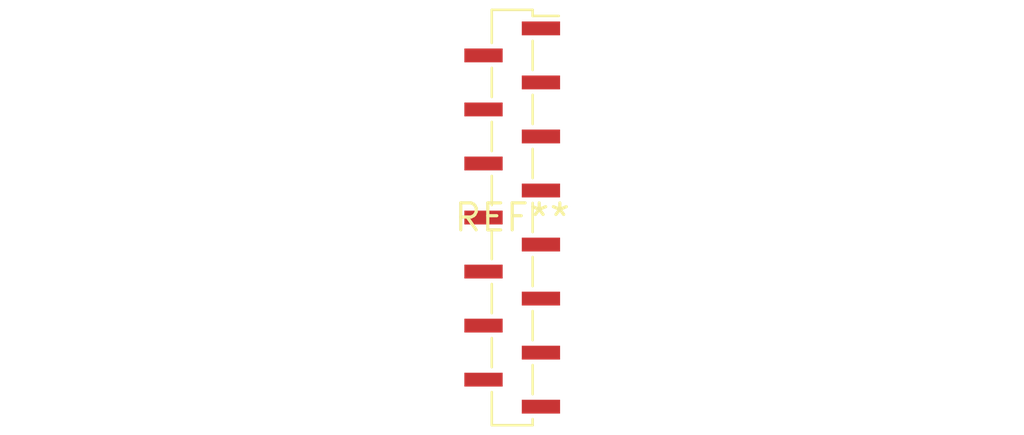
<source format=kicad_pcb>
(kicad_pcb (version 20240108) (generator pcbnew)
  (layers (0 "F.Cu" signal) (31 "B.Cu" signal) (34 "B.Paste" user) (35 "F.Paste" user) (36 "B.SilkS" user "B.Silkscreen") (37 "F.SilkS" user "F.Silkscreen") (38 "B.Mask" user) (39 "F.Mask" user) (44 "Edge.Cuts" user))
  (net 0 "")
  (footprint "PinSocket_1x15_P1.27mm_Vertical_SMD_Pin1Right" (layer "F.Cu") (at 0 0)
    (property "Reference" "REF**")
    (property "Value" "PinSocket_1x15_P1.27mm_Vertical_SMD_Pin1Right")
    (fp_line (start -0.96 -9.76) (end -0.96 -8.205) (layer "F.SilkS") (stroke (width 0.12)))
    (fp_line (start -0.96 -9.76) (end 0.96 -9.76) (layer "F.SilkS") (stroke (width 0.12)))
    (fp_line (start -0.96 -7.035) (end -0.96 -5.665) (layer "F.SilkS") (stroke (width 0.12)))
    (fp_line (start -0.96 -4.495) (end -0.96 -3.125) (layer "F.SilkS") (stroke (width 0.12)))
    (fp_line (start -0.96 -1.955) (end -0.96 -0.585) (layer "F.SilkS") (stroke (width 0.12)))
    (fp_line (start -0.96 0.585) (end -0.96 1.955) (layer "F.SilkS") (stroke (width 0.12)))
    (fp_line (start -0.96 3.125) (end -0.96 4.495) (layer "F.SilkS") (stroke (width 0.12)))
    (fp_line (start -0.96 5.665) (end -0.96 7.035) (layer "F.SilkS") (stroke (width 0.12)))
    (fp_line (start -0.96 8.205) (end -0.96 9.76) (layer "F.SilkS") (stroke (width 0.12)))
    (fp_line (start -0.96 9.76) (end 0.96 9.76) (layer "F.SilkS") (stroke (width 0.12)))
    (fp_line (start 0.96 -9.76) (end 0.96 -9.475) (layer "F.SilkS") (stroke (width 0.12)))
    (fp_line (start 0.96 -9.475) (end 2.19 -9.475) (layer "F.SilkS") (stroke (width 0.12)))
    (fp_line (start 0.96 -8.305) (end 0.96 -6.935) (layer "F.SilkS") (stroke (width 0.12)))
    (fp_line (start 0.96 -5.765) (end 0.96 -4.395) (layer "F.SilkS") (stroke (width 0.12)))
    (fp_line (start 0.96 -3.225) (end 0.96 -1.855) (layer "F.SilkS") (stroke (width 0.12)))
    (fp_line (start 0.96 -0.685) (end 0.96 0.685) (layer "F.SilkS") (stroke (width 0.12)))
    (fp_line (start 0.96 1.855) (end 0.96 3.225) (layer "F.SilkS") (stroke (width 0.12)))
    (fp_line (start 0.96 4.395) (end 0.96 5.765) (layer "F.SilkS") (stroke (width 0.12)))
    (fp_line (start 0.96 6.935) (end 0.96 8.305) (layer "F.SilkS") (stroke (width 0.12)))
    (fp_line (start 0.96 9.475) (end 0.96 9.76) (layer "F.SilkS") (stroke (width 0.12)))
    (pad "1" smd rect (at 1.35 -8.89) (size 1.8 0.65) (layers "F.Cu" "F.Paste" "F.Mask"))
    (pad "2" smd rect (at -1.35 -7.62) (size 1.8 0.65) (layers "F.Cu" "F.Paste" "F.Mask"))
    (pad "3" smd rect (at 1.35 -6.35) (size 1.8 0.65) (layers "F.Cu" "F.Paste" "F.Mask"))
    (pad "4" smd rect (at -1.35 -5.08) (size 1.8 0.65) (layers "F.Cu" "F.Paste" "F.Mask"))
    (pad "5" smd rect (at 1.35 -3.81) (size 1.8 0.65) (layers "F.Cu" "F.Paste" "F.Mask"))
    (pad "6" smd rect (at -1.35 -2.54) (size 1.8 0.65) (layers "F.Cu" "F.Paste" "F.Mask"))
    (pad "7" smd rect (at 1.35 -1.27) (size 1.8 0.65) (layers "F.Cu" "F.Paste" "F.Mask"))
    (pad "8" smd rect (at -1.35 0) (size 1.8 0.65) (layers "F.Cu" "F.Paste" "F.Mask"))
    (pad "9" smd rect (at 1.35 1.27) (size 1.8 0.65) (layers "F.Cu" "F.Paste" "F.Mask"))
    (pad "10" smd rect (at -1.35 2.54) (size 1.8 0.65) (layers "F.Cu" "F.Paste" "F.Mask"))
    (pad "11" smd rect (at 1.35 3.81) (size 1.8 0.65) (layers "F.Cu" "F.Paste" "F.Mask"))
    (pad "12" smd rect (at -1.35 5.08) (size 1.8 0.65) (layers "F.Cu" "F.Paste" "F.Mask"))
    (pad "13" smd rect (at 1.35 6.35) (size 1.8 0.65) (layers "F.Cu" "F.Paste" "F.Mask"))
    (pad "14" smd rect (at -1.35 7.62) (size 1.8 0.65) (layers "F.Cu" "F.Paste" "F.Mask"))
    (pad "15" smd rect (at 1.35 8.89) (size 1.8 0.65) (layers "F.Cu" "F.Paste" "F.Mask"))
  )
)
</source>
